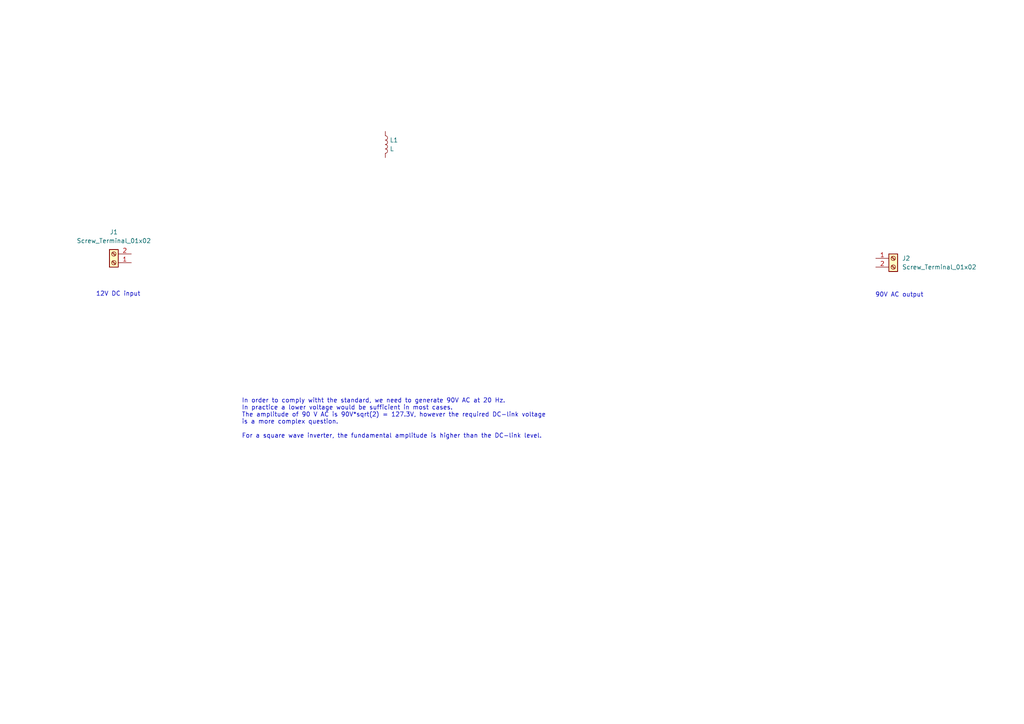
<source format=kicad_sch>
(kicad_sch (version 20231120) (generator "eeschema") (generator_version "8.0")
  (paper "A4")
  (title_block (title "Ring voltage generator") (date "2024-05-28") (company "Switchcraft AS") (comment 1 "Eirik Haustveit") (comment 3 "90V AC at 20-25 Hz"))
  (lib_symbols
    (symbol "Connector:Screw_Terminal_01x02" (pin_names (offset 1.016) hide)
      (property "Reference" "J" (at 0 2.54 0))
      (property "Value" "Screw_Terminal_01x02" (at 0 -5.08 0))
      (symbol "Screw_Terminal_01x02_1_1"
        (rectangle (start -1.27 1.27) (end 1.27 -3.81) (stroke (width 0.254)) (fill (type background)))
        (circle (center 0 -2.54) (radius 0.635) (stroke (width 0.1524)))
        (polyline (pts (xy -0.5334 -2.2098) (xy 0.3302 -3.048)) (stroke (width 0.1524)))
        (polyline (pts (xy -0.5334 0.3302) (xy 0.3302 -0.508)) (stroke (width 0.1524)))
        (polyline (pts (xy -0.3556 -2.032) (xy 0.508 -2.8702)) (stroke (width 0.1524)))
        (polyline (pts (xy -0.3556 0.508) (xy 0.508 -0.3302)) (stroke (width 0.1524)))
        (circle (center 0 0) (radius 0.635) (stroke (width 0.1524)))
        (pin passive line (at -5.08 0 0) (length 3.81) (name "Pin_1") (number "1"))
        (pin passive line (at -5.08 -2.54 0) (length 3.81) (name "Pin_2") (number "2"))
      )
    )
    (symbol "Device:L" (pin_numbers hide) (pin_names (offset 1.016) hide)
      (property "Reference" "L" (at -1.27 0 90))
      (property "Value" "L" (at 1.905 0 90))
      (symbol "L_0_1"
        (arc (start 0 -2.54) (mid 0.6323 -1.905) (end 0 -1.27))
        (arc (start 0 -1.27) (mid 0.6323 -0.635) (end 0 0))
        (arc (start 0 0) (mid 0.6323 0.635) (end 0 1.27))
        (arc (start 0 1.27) (mid 0.6323 1.905) (end 0 2.54))
      )
      (symbol "L_1_1"
        (pin passive line (at 0 3.81 270) (length 1.27) (name "1") (number "1"))
        (pin passive line (at 0 -3.81 90) (length 1.27) (name "2") (number "2"))
      )
    )
  )
  (text "In order to comply witht the standard, we need to generate 90V AC at 20 Hz.\nIn practice a lower voltage would be sufficient in most cases.\nThe amplitude of 90 V AC is 90V*sqrt(2) = 127.3V, however the required DC-link voltage\nis a more complex question.\n\nFor a square wave inverter, the fundamental amplitude is higher than the DC-link level." (at 70.104 121.412 0) (effects (font (size 1.27 1.27)) (justify left)))
  (text "90V AC output" (at 260.858 85.598 0) (effects (font (size 1.27 1.27))))
  (text "12V DC input" (at 34.29 85.344 0) (effects (font (size 1.27 1.27))))
  (symbol (lib_id "Device:L") (at 111.76 41.91 0) (unit 1)
    (property "Reference" "L1" (at 113.03 40.6399 0) (effects (justify left)))
    (property "Value" "L" (at 113.03 43.1799 0) (effects (justify left)))
    (property "Description" "Inductor" (effects (hide yes)))
  )
  (symbol (lib_id "Connector:Screw_Terminal_01x02") (at 259.08 74.93 0) (unit 1)
    (property "Reference" "J2" (at 261.62 74.9299 0) (effects (justify left)))
    (property "Value" "Screw_Terminal_01x02" (at 261.62 77.4699 0) (effects (justify left)))
    (property "Description" "Generic screw terminal, single row, 01x02, script generated (kicad-library-utils/schlib/autogen/connector/)" (effects (hide yes)))
  )
  (symbol (lib_id "Connector:Screw_Terminal_01x02") (at 33.02 76.2 180) (unit 1)
    (property "Reference" "J1" (at 33.02 67.31 0))
    (property "Value" "Screw_Terminal_01x02" (at 33.02 69.85 0))
    (property "Description" "Generic screw terminal, single row, 01x02, script generated (kicad-library-utils/schlib/autogen/connector/)" (effects (hide yes)))
  )
)
</source>
